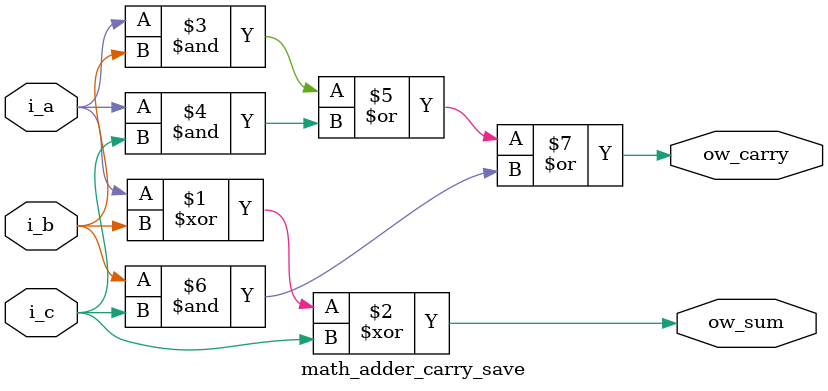
<source format=sv>
`timescale 1ns / 1ps

module math_adder_carry_save (
    input  logic i_a,
    input  logic i_b,
    input  logic i_c,
    output logic ow_sum,
    output logic ow_carry
);

    assign ow_sum   = i_a ^ i_b ^ i_c;  // XOR gate for sum output
    assign ow_carry = i_a & i_b | i_a & i_c | i_b & i_c;  // OR gate for carry output

endmodule : math_adder_carry_save

</source>
